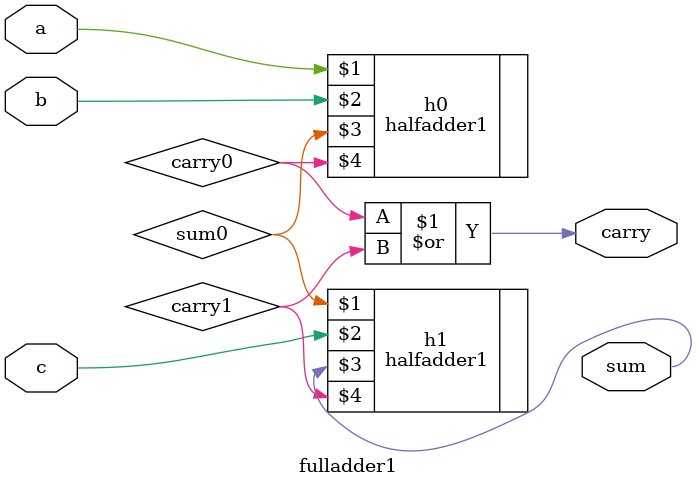
<source format=v>
/*
 * Module fulladder
 * 
 * Inputs: a, b, c
 * Outputs: sum, carry
 * Function: sum = LSB of a + b + c
 * carry = MSB of a + b + c
 */

`include "halfadder1.v"
`define OR or #50

module fulladder1(input a, b, c,
                 output sum, carry);

   // Intermediate sum and carry bits.
   wire                 sum0, carry0, carry1;

   // Chain halfadders together to find the LSB of the sum.
   halfadder1
     h0(a, b, sum0, carry0),
     h1(sum0, c, sum, carry1);

   // The carry bit is 1 if any of the last additions carried.
   `OR (carry, carry0, carry1);
endmodule

</source>
